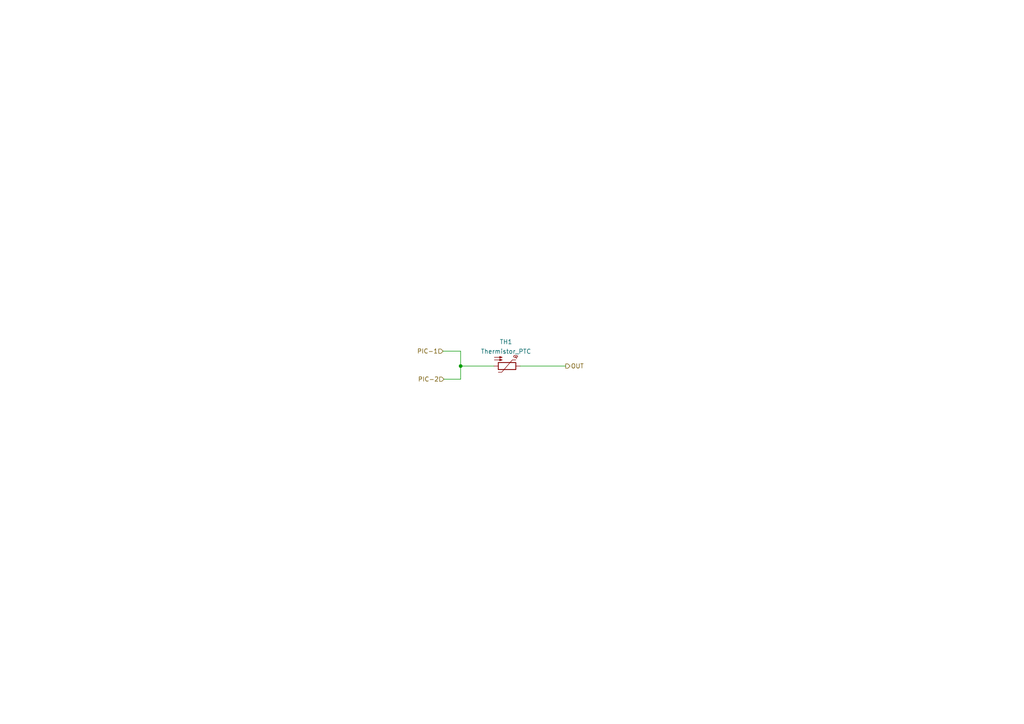
<source format=kicad_sch>
(kicad_sch (version 20211123) (generator eeschema)
  (paper "A4")
  (title_block (title "Stryfe Schematic") (date "2021-12-27") (rev "1.0") (comment 3 "Any other use is strictly prohibited.") (comment 4 "This schematic is not official and is available for educational purposes only. "))
  (lib_symbols
    (symbol "Device:Thermistor_PTC" (pin_numbers hide) (pin_names (offset 0))
      (property "Reference" "TH" (at -4.064 0 90))
      (property "Value" "Thermistor_PTC" (at 3.048 0 90))
      (symbol "Thermistor_PTC_0_1"
        (arc (start -3.048 2.159) (mid -3.0505 2.3165) (end -3.175 2.413))
        (arc (start -3.048 2.159) (mid -2.9736 1.9794) (end -2.794 1.905))
        (arc (start -3.048 2.794) (mid -2.9736 2.6144) (end -2.794 2.54))
        (arc (start -2.794 1.905) (mid -2.6144 1.9794) (end -2.54 2.159))
        (arc (start -2.794 2.54) (mid -2.434 2.5608) (end -2.159 2.794))
        (arc (start -2.794 3.048) (mid -2.9736 2.9736) (end -3.048 2.794))
        (arc (start -2.54 2.794) (mid -2.6144 2.9736) (end -2.794 3.048))
        (rectangle (start -1.016 2.54) (end 1.016 -2.54) (stroke (width 0.254)))
        (polyline (pts (xy -2.54 2.159) (xy -2.54 2.794)))
        (polyline (pts (xy -1.778 2.54) (xy -1.778 1.524) (xy 1.778 -1.524) (xy 1.778 -2.54)))
        (polyline (pts (xy -2.54 -3.683) (xy -2.54 -1.397) (xy -2.794 -2.159) (xy -2.286 -2.159) (xy -2.54 -1.397) (xy -2.54 -1.651)) (fill (type outline)))
        (polyline (pts (xy -1.778 -3.683) (xy -1.778 -1.397) (xy -2.032 -2.159) (xy -1.524 -2.159) (xy -1.778 -1.397) (xy -1.778 -1.651)) (fill (type outline)))
      )
      (symbol "Thermistor_PTC_1_1"
        (pin passive line (at 0 3.81 270) (length 1.27) (name "~") (number "1"))
        (pin passive line (at 0 -3.81 90) (length 1.27) (name "~") (number "2"))
      )
    )
  )
  (junction (at 133.604 106.172))
  (wire (pts (xy 133.604 109.982) (xy 133.604 106.172)))
  (wire (pts (xy 128.778 109.982) (xy 133.604 109.982)))
  (wire (pts (xy 133.604 101.854) (xy 133.604 106.172)))
  (wire (pts (xy 133.604 106.172) (xy 143.256 106.172)))
  (wire (pts (xy 150.876 106.172) (xy 164.084 106.172)))
  (wire (pts (xy 128.524 101.854) (xy 133.604 101.854)))
  (hierarchical_label "PIC-2" (shape input) (at 128.778 109.982 180))
  (hierarchical_label "PIC-1" (shape input) (at 128.524 101.854 180))
  (hierarchical_label "OUT" (shape output) (at 164.084 106.172 0))
  (symbol (lib_id "Device:Thermistor_PTC") (at 147.066 106.172 270) (unit 1)
    (property "Reference" "TH1" (at 146.7485 99.1575 90))
    (property "Value" "Thermistor_PTC" (at 146.7485 101.9326 90))
  )
)
</source>
